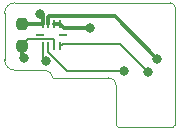
<source format=gtl>
%TF.GenerationSoftware,KiCad,Pcbnew,(6.0.1)*%
%TF.CreationDate,2022-04-24T10:59:57-04:00*%
%TF.ProjectId,UV-Sensor,55562d53-656e-4736-9f72-2e6b69636164,rev?*%
%TF.SameCoordinates,Original*%
%TF.FileFunction,Copper,L1,Top*%
%TF.FilePolarity,Positive*%
%FSLAX46Y46*%
G04 Gerber Fmt 4.6, Leading zero omitted, Abs format (unit mm)*
G04 Created by KiCad (PCBNEW (6.0.1)) date 2022-04-24 10:59:57*
%MOMM*%
%LPD*%
G01*
G04 APERTURE LIST*
G04 Aperture macros list*
%AMRoundRect*
0 Rectangle with rounded corners*
0 $1 Rounding radius*
0 $2 $3 $4 $5 $6 $7 $8 $9 X,Y pos of 4 corners*
0 Add a 4 corners polygon primitive as box body*
4,1,4,$2,$3,$4,$5,$6,$7,$8,$9,$2,$3,0*
0 Add four circle primitives for the rounded corners*
1,1,$1+$1,$2,$3*
1,1,$1+$1,$4,$5*
1,1,$1+$1,$6,$7*
1,1,$1+$1,$8,$9*
0 Add four rect primitives between the rounded corners*
20,1,$1+$1,$2,$3,$4,$5,0*
20,1,$1+$1,$4,$5,$6,$7,0*
20,1,$1+$1,$6,$7,$8,$9,0*
20,1,$1+$1,$8,$9,$2,$3,0*%
G04 Aperture macros list end*
%TA.AperFunction,Profile*%
%ADD10C,0.050000*%
%TD*%
%TA.AperFunction,SMDPad,CuDef*%
%ADD11R,0.254800X0.706399*%
%TD*%
%TA.AperFunction,SMDPad,CuDef*%
%ADD12R,0.706399X0.254800*%
%TD*%
%TA.AperFunction,SMDPad,CuDef*%
%ADD13RoundRect,0.237500X0.237500X-0.250000X0.237500X0.250000X-0.237500X0.250000X-0.237500X-0.250000X0*%
%TD*%
%TA.AperFunction,ViaPad*%
%ADD14C,0.800000*%
%TD*%
%TA.AperFunction,Conductor*%
%ADD15C,0.152400*%
%TD*%
%TA.AperFunction,Conductor*%
%ADD16C,0.300000*%
%TD*%
%TA.AperFunction,Conductor*%
%ADD17C,0.200000*%
%TD*%
G04 APERTURE END LIST*
D10*
X141287500Y-104587100D02*
X141287500Y-100650100D01*
X155714700Y-100142100D02*
X155714700Y-106746100D01*
X155714700Y-100142100D02*
G75*
G03*
X155333700Y-99761100I-380999J1D01*
G01*
X145351500Y-106111100D02*
G75*
G03*
X144716500Y-105476100I-634999J1D01*
G01*
X141287500Y-104587100D02*
G75*
G03*
X142176500Y-105476100I889000J0D01*
G01*
X150736300Y-106746100D02*
G75*
G03*
X150101300Y-106111100I-634999J1D01*
G01*
X150101300Y-106111100D02*
X145351500Y-106111100D01*
X142176500Y-99761100D02*
X155333700Y-99761100D01*
X142176500Y-99761100D02*
G75*
G03*
X141287500Y-100650100I0J-889000D01*
G01*
X144716500Y-105476100D02*
X142176500Y-105476100D01*
X155714700Y-106746100D02*
X155714700Y-110096100D01*
X150886300Y-110246100D02*
X155564700Y-110246100D01*
X150736300Y-106746100D02*
X150736300Y-110096100D01*
X155564700Y-110246100D02*
G75*
G03*
X155714700Y-110096100I0J150000D01*
G01*
X150736300Y-110096100D02*
G75*
G03*
X150886300Y-110246100I150000J0D01*
G01*
D11*
X144499999Y-103450100D03*
X145000000Y-103450100D03*
X145500000Y-103450100D03*
X146000001Y-103450100D03*
D12*
X146200100Y-102500000D03*
D11*
X146000001Y-101549900D03*
X145500000Y-101549900D03*
X145000000Y-101549900D03*
X144499999Y-101549900D03*
D12*
X144299900Y-102500000D03*
D13*
X142750000Y-103412500D03*
X142750000Y-101587500D03*
D14*
X154200000Y-104500000D03*
X142900000Y-104400000D03*
X148500000Y-101900000D03*
X144300000Y-100700000D03*
X144803034Y-104697825D03*
X153400000Y-105600000D03*
X151400000Y-105500000D03*
D15*
X143306989Y-102855511D02*
X142750000Y-103412500D01*
X145411010Y-102855511D02*
X143306989Y-102855511D01*
X145500000Y-102944501D02*
X145411010Y-102855511D01*
X145500000Y-103450100D02*
X145500000Y-102944501D01*
D16*
X150594790Y-100894790D02*
X145070689Y-100894790D01*
X154200000Y-104500000D02*
X150594790Y-100894790D01*
X145070689Y-100894790D02*
X145000000Y-100965479D01*
X145000000Y-100965479D02*
X145000000Y-101549900D01*
X142750000Y-104250000D02*
X142900000Y-104400000D01*
X142750000Y-103412500D02*
X142750000Y-104250000D01*
X146000001Y-101549900D02*
X145500000Y-101549900D01*
X148500000Y-101900000D02*
X146350101Y-101900000D01*
X146350101Y-101900000D02*
X146000001Y-101549900D01*
X144499999Y-100899999D02*
X144300000Y-100700000D01*
X144499999Y-101549900D02*
X144499999Y-100899999D01*
X144462399Y-101587500D02*
X144499999Y-101549900D01*
X142750000Y-101587500D02*
X144462399Y-101587500D01*
D17*
X144499999Y-104394790D02*
X144499999Y-103450100D01*
X144803034Y-104697825D02*
X144499999Y-104394790D01*
X146202021Y-103248080D02*
X146000001Y-103450100D01*
X153400000Y-105600000D02*
X151048080Y-103248080D01*
X151048080Y-103248080D02*
X146202021Y-103248080D01*
X146565479Y-105500000D02*
X145000000Y-103934521D01*
X151400000Y-105500000D02*
X146565479Y-105500000D01*
X145000000Y-103934521D02*
X145000000Y-103450100D01*
M02*

</source>
